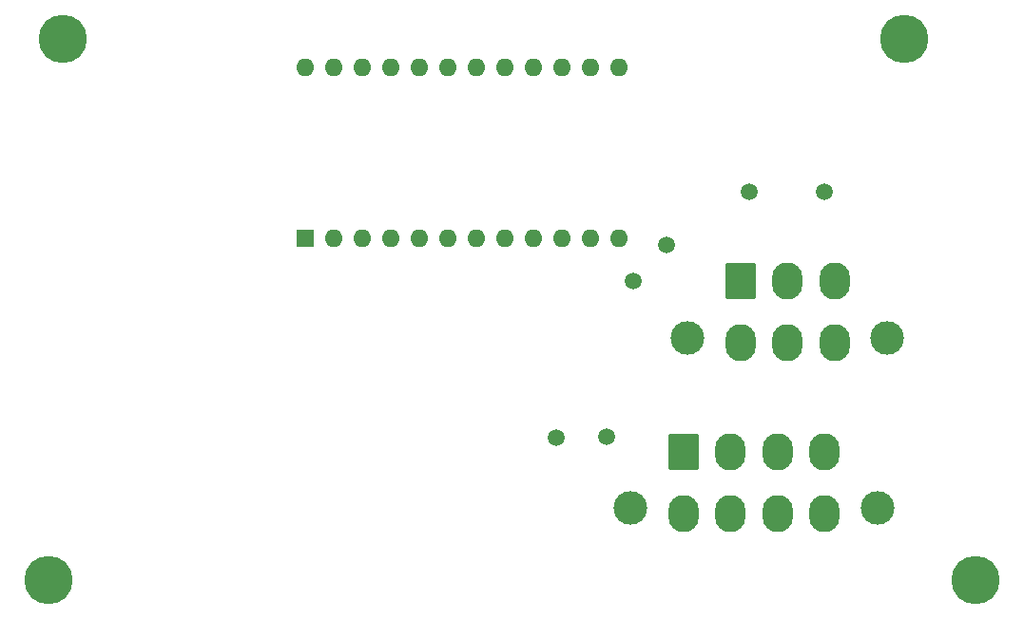
<source format=gbr>
%TF.GenerationSoftware,KiCad,Pcbnew,7.0.2*%
%TF.CreationDate,2023-05-14T20:04:02-08:00*%
%TF.ProjectId,ABSIS_HID Bus Master,41425349-535f-4484-9944-20427573204d,2*%
%TF.SameCoordinates,Original*%
%TF.FileFunction,Soldermask,Bot*%
%TF.FilePolarity,Negative*%
%FSLAX46Y46*%
G04 Gerber Fmt 4.6, Leading zero omitted, Abs format (unit mm)*
G04 Created by KiCad (PCBNEW 7.0.2) date 2023-05-14 20:04:02*
%MOMM*%
%LPD*%
G01*
G04 APERTURE LIST*
G04 Aperture macros list*
%AMRoundRect*
0 Rectangle with rounded corners*
0 $1 Rounding radius*
0 $2 $3 $4 $5 $6 $7 $8 $9 X,Y pos of 4 corners*
0 Add a 4 corners polygon primitive as box body*
4,1,4,$2,$3,$4,$5,$6,$7,$8,$9,$2,$3,0*
0 Add four circle primitives for the rounded corners*
1,1,$1+$1,$2,$3*
1,1,$1+$1,$4,$5*
1,1,$1+$1,$6,$7*
1,1,$1+$1,$8,$9*
0 Add four rect primitives between the rounded corners*
20,1,$1+$1,$2,$3,$4,$5,0*
20,1,$1+$1,$4,$5,$6,$7,0*
20,1,$1+$1,$6,$7,$8,$9,0*
20,1,$1+$1,$8,$9,$2,$3,0*%
G04 Aperture macros list end*
%ADD10C,1.500000*%
%ADD11R,1.600000X1.600000*%
%ADD12O,1.600000X1.600000*%
%ADD13C,4.300000*%
%ADD14C,3.000000*%
%ADD15RoundRect,0.250001X-1.099999X-1.399999X1.099999X-1.399999X1.099999X1.399999X-1.099999X1.399999X0*%
%ADD16O,2.700000X3.300000*%
G04 APERTURE END LIST*
D10*
%TO.C,TP6*%
X65532000Y37211000D03*
%TD*%
%TO.C,TP5*%
X72263000Y37211000D03*
%TD*%
D11*
%TO.C,U0*%
X26000000Y33000000D03*
D12*
X28540000Y33000000D03*
X31080000Y33000000D03*
X33620000Y33000000D03*
X36160000Y33000000D03*
X38700000Y33000000D03*
X41240000Y33000000D03*
X43780000Y33000000D03*
X46320000Y33000000D03*
X48860000Y33000000D03*
X51400000Y33000000D03*
X53940000Y33000000D03*
X53940000Y48240000D03*
X51400000Y48240000D03*
X48860000Y48240000D03*
X46320000Y48240000D03*
X43780000Y48240000D03*
X41240000Y48240000D03*
X38700000Y48240000D03*
X36160000Y48240000D03*
X33620000Y48240000D03*
X31080000Y48240000D03*
X28540000Y48240000D03*
X26000000Y48240000D03*
%TD*%
D10*
%TO.C,TP4*%
X52840000Y15330000D03*
%TD*%
%TO.C,TP3*%
X55245000Y29210000D03*
%TD*%
%TO.C,TP2*%
X58170000Y32400000D03*
%TD*%
%TO.C,TP1*%
X48370000Y15260000D03*
%TD*%
D13*
%TO.C,MH4*%
X79375000Y50800000D03*
%TD*%
%TO.C,MH3*%
X4445000Y50800000D03*
%TD*%
%TO.C,MH2*%
X85725000Y2540000D03*
%TD*%
%TO.C,MH1*%
X3175000Y2540000D03*
%TD*%
D14*
%TO.C,J1*%
X54990000Y8960000D03*
X76990000Y8960000D03*
D15*
X59690000Y14000000D03*
D16*
X63890000Y14000000D03*
X68090000Y14000000D03*
X72290000Y14000000D03*
X59690000Y8500000D03*
X63890000Y8500000D03*
X68090000Y8500000D03*
X72290000Y8500000D03*
%TD*%
D14*
%TO.C,J2*%
X60070000Y24170000D03*
X77870000Y24170000D03*
D15*
X64770000Y29210000D03*
D16*
X68970000Y29210000D03*
X73170000Y29210000D03*
X64770000Y23710000D03*
X68970000Y23710000D03*
X73170000Y23710000D03*
%TD*%
M02*

</source>
